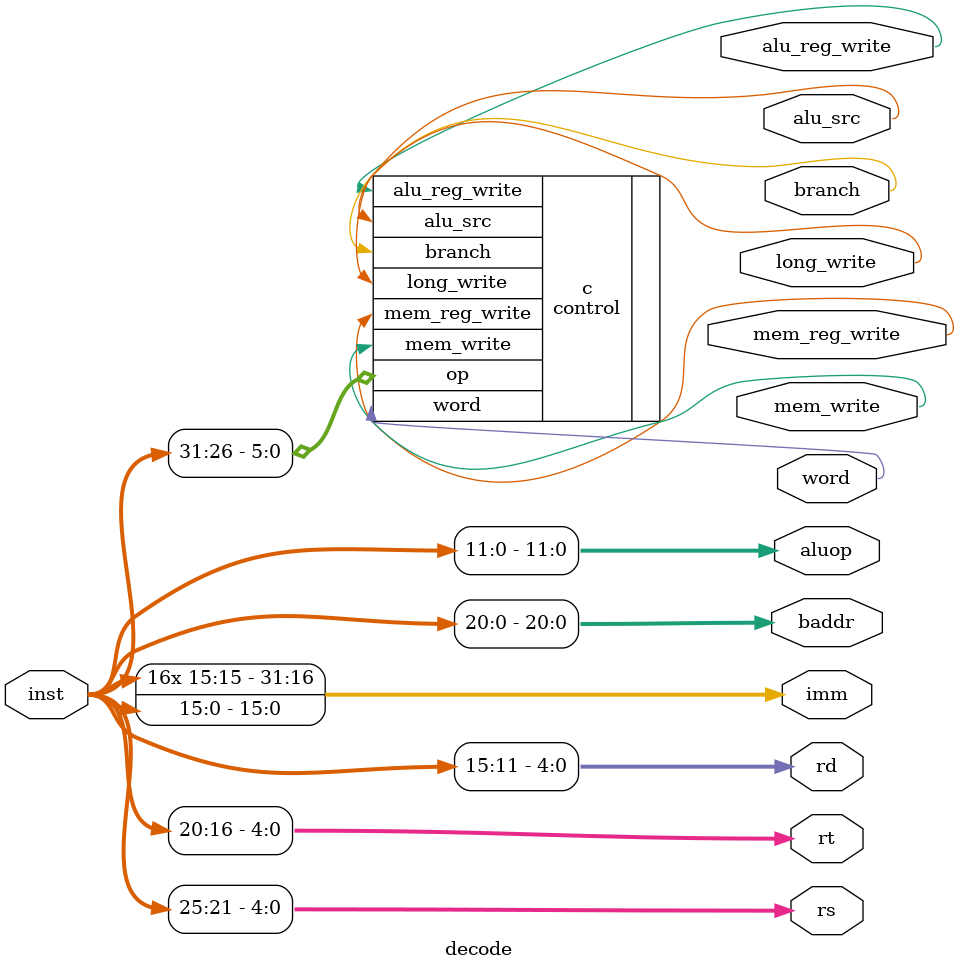
<source format=v>
module decode(
	input [31:0] inst,
	output mem_write,
	output alu_src,
	output alu_reg_write,
	output mem_reg_write,
	output long_write,
	output word,
	output branch,
	output[4:0] rs,
	output[4:0] rt,
	output[4:0] rd,
	output[31:0] imm,
	output[20:0] baddr,
	output[11:0] aluop
);

control c(
	.op(inst[31:26]),
	.mem_write(mem_write),
	.alu_src(alu_src),
	.alu_reg_write(alu_reg_write),
	.mem_reg_write(mem_reg_write),
	.long_write(long_write),
	.branch(branch),
	.word(word)
);

assign rs = inst[25:21];
assign rt = inst[20:16];
assign rd = inst[15:11];
assign aluop = inst[11:0];
assign baddr = inst[20:0];
assign imm = { {16{inst[15]}}, inst[15:0] };

endmodule
</source>
